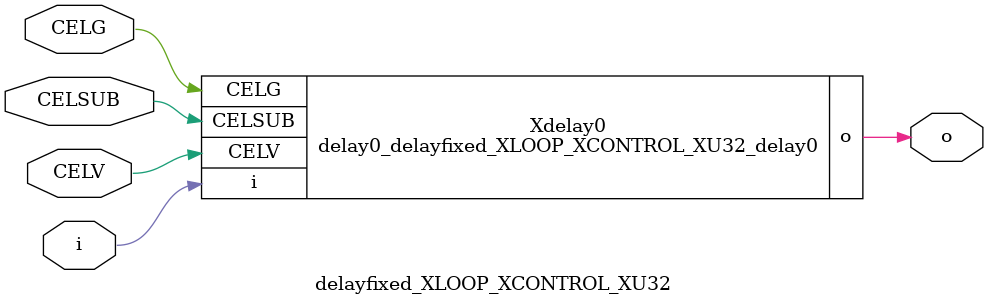
<source format=v>

module delay0_delayfixed_XLOOP_XCONTROL_XU32_delay0 (i, CELV, o,
CELG,CELSUB);
input CELV;
input i;
output o;
input CELSUB;
input CELG;
endmodule


//Celera Confidential Do Not Copy delayfixed_XLOOP_XCONTROL_XU32
//Celera Confidential Symbol Generator
//TYPE:fixed Egde:rise
module delayfixed_XLOOP_XCONTROL_XU32 (CELV,i,o,
CELG,CELSUB);
input CELV;
input i;
output o;
input CELG;
input CELSUB;

//Celera Confidential Do Not Copy delay0_delayfixed_XLOOP_XCONTROL_XU32_delay0
delay0_delayfixed_XLOOP_XCONTROL_XU32_delay0 Xdelay0(
.CELV (CELV),
.i (i),
.o (o),
.CELG (CELG),
.CELSUB (CELSUB)
);
//,diesize,delay0_delayfixed_XLOOP_XCONTROL_XU32_delay0
//Celera Confidential Do Not Copy Module End
//Celera Schematic Generator
endmodule

</source>
